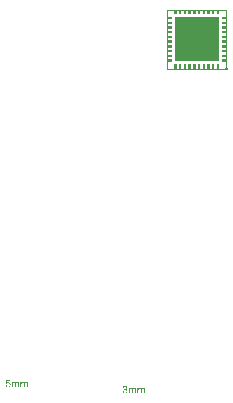
<source format=gm1>
G04*
G04 #@! TF.GenerationSoftware,Altium Limited,Altium Designer,20.0.2 (26)*
G04*
G04 Layer_Color=16711935*
%FSLAX25Y25*%
%MOIN*%
G70*
G01*
G75*
%ADD20C,0.00200*%
G36*
X140480Y180268D02*
X139693D01*
Y181843D01*
X140480D01*
Y180268D01*
D02*
G37*
G36*
X138906D02*
X138118D01*
Y181843D01*
X138906D01*
Y180268D01*
D02*
G37*
G36*
X137331D02*
X136543D01*
Y181843D01*
X137331D01*
Y180268D01*
D02*
G37*
G36*
X135756D02*
X134968D01*
Y181843D01*
X135756D01*
Y180268D01*
D02*
G37*
G36*
X134181D02*
X133394D01*
Y181843D01*
X134181D01*
Y180268D01*
D02*
G37*
G36*
X132606D02*
X131819D01*
Y181843D01*
X132606D01*
Y180268D01*
D02*
G37*
G36*
X131032D02*
X130244D01*
Y181843D01*
X131032D01*
Y180268D01*
D02*
G37*
G36*
X129457D02*
X128669D01*
Y181843D01*
X129457D01*
Y180268D01*
D02*
G37*
G36*
X127882D02*
X127094D01*
Y181843D01*
X127882D01*
Y180268D01*
D02*
G37*
G36*
X126307D02*
X125520D01*
Y181843D01*
X126307D01*
Y180268D01*
D02*
G37*
G36*
X142842Y178693D02*
X141268D01*
Y179480D01*
X142842D01*
Y178693D01*
D02*
G37*
G36*
X124732D02*
X123158D01*
Y179480D01*
X124732D01*
Y178693D01*
D02*
G37*
G36*
X142842Y177118D02*
X141268D01*
Y177905D01*
X142842D01*
Y177118D01*
D02*
G37*
G36*
X124732D02*
X123158D01*
Y177905D01*
X124732D01*
Y177118D01*
D02*
G37*
G36*
X142842Y175543D02*
X141268D01*
Y176331D01*
X142842D01*
Y175543D01*
D02*
G37*
G36*
X124732D02*
X123158D01*
Y176331D01*
X124732D01*
Y175543D01*
D02*
G37*
G36*
X142842Y173969D02*
X141268D01*
Y174756D01*
X142842D01*
Y173969D01*
D02*
G37*
G36*
X124732D02*
X123158D01*
Y174756D01*
X124732D01*
Y173969D01*
D02*
G37*
G36*
X142842Y172394D02*
X141268D01*
Y173181D01*
X142842D01*
Y172394D01*
D02*
G37*
G36*
X124732D02*
X123158D01*
Y173181D01*
X124732D01*
Y172394D01*
D02*
G37*
G36*
X142842Y170819D02*
X141268D01*
Y171606D01*
X142842D01*
Y170819D01*
D02*
G37*
G36*
X124732D02*
X123158D01*
Y171606D01*
X124732D01*
Y170819D01*
D02*
G37*
G36*
X142842Y169244D02*
X141268D01*
Y170031D01*
X142842D01*
Y169244D01*
D02*
G37*
G36*
X124732D02*
X123158D01*
Y170031D01*
X124732D01*
Y169244D01*
D02*
G37*
G36*
X142842Y167669D02*
X141268D01*
Y168457D01*
X142842D01*
Y167669D01*
D02*
G37*
G36*
X124732D02*
X123158D01*
Y168457D01*
X124732D01*
Y167669D01*
D02*
G37*
G36*
X142842Y166095D02*
X141268D01*
Y166882D01*
X142842D01*
Y166095D01*
D02*
G37*
G36*
X124732D02*
X123158D01*
Y166882D01*
X124732D01*
Y166095D01*
D02*
G37*
G36*
X140284Y164716D02*
X125716D01*
Y179283D01*
X140284D01*
Y164716D01*
D02*
G37*
G36*
X142842Y164520D02*
X141268D01*
Y165307D01*
X142842D01*
Y164520D01*
D02*
G37*
G36*
X124732D02*
X123158D01*
Y165307D01*
X124732D01*
Y164520D01*
D02*
G37*
G36*
X140480Y162157D02*
X139693D01*
Y163732D01*
X140480D01*
Y162157D01*
D02*
G37*
G36*
X138906D02*
X138118D01*
Y163732D01*
X138906D01*
Y162157D01*
D02*
G37*
G36*
X137331D02*
X136543D01*
Y163732D01*
X137331D01*
Y162157D01*
D02*
G37*
G36*
X135756D02*
X134968D01*
Y163732D01*
X135756D01*
Y162157D01*
D02*
G37*
G36*
X134181D02*
X133394D01*
Y163732D01*
X134181D01*
Y162157D01*
D02*
G37*
G36*
X132606D02*
X131819D01*
Y163732D01*
X132606D01*
Y162157D01*
D02*
G37*
G36*
X131032D02*
X130244D01*
Y163732D01*
X131032D01*
Y162157D01*
D02*
G37*
G36*
X129457D02*
X128669D01*
Y163732D01*
X129457D01*
Y162157D01*
D02*
G37*
G36*
X127882D02*
X127094D01*
Y163732D01*
X127882D01*
Y162157D01*
D02*
G37*
G36*
X126307D02*
X125520D01*
Y163732D01*
X126307D01*
Y162157D01*
D02*
G37*
G36*
X143314Y162353D02*
X143314Y161961D01*
X143176Y161823D01*
X143038Y161685D01*
X142646Y161685D01*
X142370Y161961D01*
X142369Y162353D01*
X142508Y162491D01*
X142646Y162629D01*
X143037Y162629D01*
X143314Y162353D01*
D02*
G37*
G36*
X76221Y57864D02*
X76247D01*
X76272Y57860D01*
X76334Y57849D01*
X76400Y57831D01*
X76469Y57802D01*
X76538Y57765D01*
X76596Y57714D01*
X76604Y57707D01*
X76618Y57685D01*
X76644Y57653D01*
X76655Y57627D01*
X76669Y57602D01*
X76684Y57569D01*
X76695Y57536D01*
X76709Y57500D01*
X76720Y57456D01*
X76727Y57412D01*
X76735Y57361D01*
X76742Y57310D01*
Y57252D01*
Y56000D01*
X76433D01*
Y57147D01*
Y57150D01*
Y57154D01*
Y57176D01*
Y57209D01*
X76429Y57249D01*
X76425Y57292D01*
X76422Y57336D01*
X76414Y57380D01*
X76403Y57412D01*
Y57416D01*
X76396Y57427D01*
X76389Y57441D01*
X76378Y57460D01*
X76363Y57481D01*
X76345Y57503D01*
X76323Y57525D01*
X76294Y57547D01*
X76291Y57551D01*
X76280Y57554D01*
X76265Y57562D01*
X76240Y57573D01*
X76214Y57583D01*
X76181Y57591D01*
X76149Y57594D01*
X76109Y57598D01*
X76090D01*
X76076Y57594D01*
X76039Y57591D01*
X75996Y57583D01*
X75945Y57565D01*
X75890Y57543D01*
X75836Y57511D01*
X75785Y57467D01*
X75781Y57460D01*
X75766Y57441D01*
X75745Y57412D01*
X75723Y57369D01*
X75697Y57310D01*
X75679Y57241D01*
X75665Y57157D01*
X75657Y57059D01*
Y56000D01*
X75348D01*
Y57183D01*
Y57187D01*
Y57194D01*
Y57201D01*
Y57216D01*
X75344Y57256D01*
X75337Y57300D01*
X75330Y57350D01*
X75315Y57401D01*
X75297Y57449D01*
X75271Y57492D01*
X75268Y57496D01*
X75257Y57511D01*
X75239Y57525D01*
X75213Y57547D01*
X75180Y57565D01*
X75137Y57583D01*
X75086Y57594D01*
X75024Y57598D01*
X75002D01*
X74976Y57594D01*
X74947Y57591D01*
X74911Y57580D01*
X74867Y57569D01*
X74827Y57551D01*
X74784Y57529D01*
X74780Y57525D01*
X74765Y57514D01*
X74747Y57500D01*
X74722Y57478D01*
X74696Y57449D01*
X74671Y57412D01*
X74645Y57372D01*
X74623Y57325D01*
X74620Y57318D01*
X74616Y57300D01*
X74609Y57270D01*
X74598Y57230D01*
X74587Y57176D01*
X74580Y57110D01*
X74576Y57034D01*
X74572Y56946D01*
Y56000D01*
X74263D01*
Y57827D01*
X74540D01*
Y57565D01*
X74543Y57573D01*
X74554Y57587D01*
X74576Y57613D01*
X74602Y57642D01*
X74634Y57678D01*
X74674Y57714D01*
X74718Y57751D01*
X74769Y57784D01*
X74776Y57787D01*
X74795Y57798D01*
X74824Y57809D01*
X74864Y57827D01*
X74911Y57842D01*
X74966Y57853D01*
X75028Y57864D01*
X75093Y57867D01*
X75126D01*
X75166Y57864D01*
X75209Y57856D01*
X75264Y57845D01*
X75319Y57831D01*
X75373Y57809D01*
X75424Y57780D01*
X75432Y57776D01*
X75446Y57765D01*
X75468Y57747D01*
X75497Y57718D01*
X75526Y57685D01*
X75559Y57645D01*
X75588Y57598D01*
X75610Y57543D01*
X75613Y57547D01*
X75621Y57558D01*
X75632Y57573D01*
X75650Y57594D01*
X75672Y57620D01*
X75697Y57645D01*
X75726Y57674D01*
X75763Y57707D01*
X75803Y57736D01*
X75843Y57765D01*
X75890Y57791D01*
X75941Y57816D01*
X75996Y57838D01*
X76054Y57853D01*
X76112Y57864D01*
X76178Y57867D01*
X76203D01*
X76221Y57864D01*
D02*
G37*
G36*
X73288D02*
X73313D01*
X73339Y57860D01*
X73400Y57849D01*
X73466Y57831D01*
X73535Y57802D01*
X73604Y57765D01*
X73663Y57714D01*
X73670Y57707D01*
X73684Y57685D01*
X73710Y57653D01*
X73721Y57627D01*
X73735Y57602D01*
X73750Y57569D01*
X73761Y57536D01*
X73775Y57500D01*
X73786Y57456D01*
X73794Y57412D01*
X73801Y57361D01*
X73808Y57310D01*
Y57252D01*
Y56000D01*
X73499D01*
Y57147D01*
Y57150D01*
Y57154D01*
Y57176D01*
Y57209D01*
X73495Y57249D01*
X73491Y57292D01*
X73488Y57336D01*
X73480Y57380D01*
X73470Y57412D01*
Y57416D01*
X73462Y57427D01*
X73455Y57441D01*
X73444Y57460D01*
X73430Y57481D01*
X73411Y57503D01*
X73390Y57525D01*
X73360Y57547D01*
X73357Y57551D01*
X73346Y57554D01*
X73331Y57562D01*
X73306Y57573D01*
X73280Y57583D01*
X73247Y57591D01*
X73215Y57594D01*
X73175Y57598D01*
X73156D01*
X73142Y57594D01*
X73106Y57591D01*
X73062Y57583D01*
X73011Y57565D01*
X72956Y57543D01*
X72902Y57511D01*
X72851Y57467D01*
X72847Y57460D01*
X72833Y57441D01*
X72811Y57412D01*
X72789Y57369D01*
X72763Y57310D01*
X72745Y57241D01*
X72731Y57157D01*
X72723Y57059D01*
Y56000D01*
X72414D01*
Y57183D01*
Y57187D01*
Y57194D01*
Y57201D01*
Y57216D01*
X72410Y57256D01*
X72403Y57300D01*
X72396Y57350D01*
X72381Y57401D01*
X72363Y57449D01*
X72338Y57492D01*
X72334Y57496D01*
X72323Y57511D01*
X72305Y57525D01*
X72279Y57547D01*
X72246Y57565D01*
X72203Y57583D01*
X72152Y57594D01*
X72090Y57598D01*
X72068D01*
X72043Y57594D01*
X72014Y57591D01*
X71977Y57580D01*
X71934Y57569D01*
X71893Y57551D01*
X71850Y57529D01*
X71846Y57525D01*
X71832Y57514D01*
X71813Y57500D01*
X71788Y57478D01*
X71762Y57449D01*
X71737Y57412D01*
X71711Y57372D01*
X71690Y57325D01*
X71686Y57318D01*
X71682Y57300D01*
X71675Y57270D01*
X71664Y57230D01*
X71653Y57176D01*
X71646Y57110D01*
X71642Y57034D01*
X71639Y56946D01*
Y56000D01*
X71329D01*
Y57827D01*
X71606D01*
Y57565D01*
X71609Y57573D01*
X71620Y57587D01*
X71642Y57613D01*
X71668Y57642D01*
X71701Y57678D01*
X71741Y57714D01*
X71784Y57751D01*
X71835Y57784D01*
X71842Y57787D01*
X71861Y57798D01*
X71890Y57809D01*
X71930Y57827D01*
X71977Y57842D01*
X72032Y57853D01*
X72094Y57864D01*
X72159Y57867D01*
X72192D01*
X72232Y57864D01*
X72276Y57856D01*
X72330Y57845D01*
X72385Y57831D01*
X72439Y57809D01*
X72490Y57780D01*
X72498Y57776D01*
X72512Y57765D01*
X72534Y57747D01*
X72563Y57718D01*
X72592Y57685D01*
X72625Y57645D01*
X72654Y57598D01*
X72676Y57543D01*
X72680Y57547D01*
X72687Y57558D01*
X72698Y57573D01*
X72716Y57594D01*
X72738Y57620D01*
X72763Y57645D01*
X72793Y57674D01*
X72829Y57707D01*
X72869Y57736D01*
X72909Y57765D01*
X72956Y57791D01*
X73007Y57816D01*
X73062Y57838D01*
X73120Y57853D01*
X73178Y57864D01*
X73244Y57867D01*
X73269D01*
X73288Y57864D01*
D02*
G37*
G36*
X70838Y58191D02*
X69830D01*
X69695Y57511D01*
X69699Y57514D01*
X69706Y57518D01*
X69717Y57525D01*
X69735Y57536D01*
X69757Y57547D01*
X69782Y57562D01*
X69841Y57591D01*
X69913Y57620D01*
X69993Y57645D01*
X70081Y57664D01*
X70124Y57671D01*
X70205D01*
X70226Y57667D01*
X70255Y57664D01*
X70288Y57660D01*
X70325Y57653D01*
X70365Y57642D01*
X70452Y57616D01*
X70499Y57598D01*
X70547Y57573D01*
X70594Y57547D01*
X70641Y57518D01*
X70685Y57481D01*
X70729Y57441D01*
X70732Y57438D01*
X70740Y57430D01*
X70750Y57420D01*
X70765Y57401D01*
X70783Y57376D01*
X70801Y57350D01*
X70823Y57318D01*
X70845Y57281D01*
X70863Y57241D01*
X70885Y57198D01*
X70903Y57147D01*
X70922Y57096D01*
X70936Y57041D01*
X70947Y56979D01*
X70954Y56917D01*
X70958Y56852D01*
Y56848D01*
Y56837D01*
Y56819D01*
X70954Y56793D01*
X70951Y56764D01*
X70947Y56732D01*
X70940Y56692D01*
X70933Y56652D01*
X70911Y56557D01*
X70874Y56459D01*
X70852Y56408D01*
X70823Y56360D01*
X70794Y56309D01*
X70758Y56262D01*
X70754Y56258D01*
X70747Y56248D01*
X70732Y56233D01*
X70714Y56215D01*
X70689Y56193D01*
X70660Y56164D01*
X70623Y56138D01*
X70583Y56109D01*
X70539Y56080D01*
X70488Y56055D01*
X70434Y56029D01*
X70376Y56004D01*
X70314Y55985D01*
X70244Y55971D01*
X70172Y55960D01*
X70095Y55956D01*
X70063D01*
X70037Y55960D01*
X70008Y55964D01*
X69975Y55967D01*
X69935Y55971D01*
X69895Y55982D01*
X69804Y56004D01*
X69713Y56036D01*
X69666Y56058D01*
X69618Y56084D01*
X69575Y56113D01*
X69531Y56146D01*
X69527Y56149D01*
X69520Y56153D01*
X69513Y56167D01*
X69498Y56182D01*
X69480Y56200D01*
X69462Y56222D01*
X69440Y56251D01*
X69422Y56284D01*
X69400Y56317D01*
X69378Y56357D01*
X69338Y56444D01*
X69305Y56546D01*
X69295Y56601D01*
X69287Y56659D01*
X69611Y56684D01*
Y56681D01*
Y56673D01*
X69615Y56662D01*
X69618Y56644D01*
X69629Y56604D01*
X69644Y56550D01*
X69666Y56495D01*
X69695Y56433D01*
X69731Y56379D01*
X69775Y56328D01*
X69782Y56324D01*
X69797Y56309D01*
X69826Y56291D01*
X69866Y56269D01*
X69910Y56248D01*
X69964Y56229D01*
X70026Y56215D01*
X70095Y56211D01*
X70117D01*
X70132Y56215D01*
X70175Y56218D01*
X70226Y56233D01*
X70288Y56251D01*
X70350Y56280D01*
X70416Y56324D01*
X70445Y56349D01*
X70474Y56379D01*
X70477Y56382D01*
X70481Y56386D01*
X70488Y56397D01*
X70499Y56408D01*
X70525Y56448D01*
X70554Y56499D01*
X70579Y56561D01*
X70605Y56637D01*
X70623Y56728D01*
X70630Y56775D01*
Y56826D01*
Y56830D01*
Y56837D01*
Y56852D01*
X70627Y56870D01*
Y56892D01*
X70623Y56917D01*
X70612Y56976D01*
X70594Y57045D01*
X70569Y57114D01*
X70532Y57179D01*
X70481Y57241D01*
Y57245D01*
X70474Y57249D01*
X70456Y57267D01*
X70423Y57292D01*
X70379Y57321D01*
X70321Y57347D01*
X70255Y57372D01*
X70179Y57390D01*
X70135Y57398D01*
X70066D01*
X70037Y57394D01*
X70001Y57390D01*
X69957Y57380D01*
X69913Y57369D01*
X69866Y57350D01*
X69819Y57329D01*
X69815Y57325D01*
X69800Y57318D01*
X69779Y57300D01*
X69749Y57281D01*
X69720Y57256D01*
X69691Y57223D01*
X69658Y57190D01*
X69633Y57150D01*
X69342Y57190D01*
X69586Y58486D01*
X70838D01*
Y58191D01*
D02*
G37*
G36*
X115218Y55864D02*
X115243D01*
X115269Y55860D01*
X115331Y55849D01*
X115396Y55831D01*
X115465Y55802D01*
X115534Y55765D01*
X115593Y55714D01*
X115600Y55707D01*
X115614Y55685D01*
X115640Y55653D01*
X115651Y55627D01*
X115665Y55602D01*
X115680Y55569D01*
X115691Y55536D01*
X115706Y55500D01*
X115716Y55456D01*
X115724Y55412D01*
X115731Y55361D01*
X115738Y55310D01*
Y55252D01*
Y54000D01*
X115429D01*
Y55147D01*
Y55150D01*
Y55154D01*
Y55176D01*
Y55208D01*
X115425Y55248D01*
X115422Y55292D01*
X115418Y55336D01*
X115411Y55380D01*
X115400Y55412D01*
Y55416D01*
X115392Y55427D01*
X115385Y55441D01*
X115374Y55460D01*
X115360Y55481D01*
X115341Y55503D01*
X115320Y55525D01*
X115291Y55547D01*
X115287Y55551D01*
X115276Y55554D01*
X115261Y55562D01*
X115236Y55572D01*
X115210Y55583D01*
X115178Y55591D01*
X115145Y55594D01*
X115105Y55598D01*
X115087D01*
X115072Y55594D01*
X115036Y55591D01*
X114992Y55583D01*
X114941Y55565D01*
X114886Y55543D01*
X114832Y55511D01*
X114781Y55467D01*
X114777Y55460D01*
X114763Y55441D01*
X114741Y55412D01*
X114719Y55369D01*
X114694Y55310D01*
X114675Y55241D01*
X114661Y55158D01*
X114654Y55059D01*
Y54000D01*
X114344D01*
Y55183D01*
Y55187D01*
Y55194D01*
Y55201D01*
Y55216D01*
X114340Y55256D01*
X114333Y55300D01*
X114326Y55350D01*
X114311Y55401D01*
X114293Y55449D01*
X114268Y55492D01*
X114264Y55496D01*
X114253Y55511D01*
X114235Y55525D01*
X114209Y55547D01*
X114177Y55565D01*
X114133Y55583D01*
X114082Y55594D01*
X114020Y55598D01*
X113998D01*
X113973Y55594D01*
X113944Y55591D01*
X113907Y55580D01*
X113864Y55569D01*
X113824Y55551D01*
X113780Y55529D01*
X113776Y55525D01*
X113762Y55514D01*
X113744Y55500D01*
X113718Y55478D01*
X113693Y55449D01*
X113667Y55412D01*
X113642Y55372D01*
X113620Y55325D01*
X113616Y55318D01*
X113612Y55300D01*
X113605Y55270D01*
X113594Y55230D01*
X113583Y55176D01*
X113576Y55110D01*
X113573Y55034D01*
X113569Y54946D01*
Y54000D01*
X113259D01*
Y55827D01*
X113536D01*
Y55565D01*
X113540Y55572D01*
X113551Y55587D01*
X113573Y55612D01*
X113598Y55642D01*
X113631Y55678D01*
X113671Y55714D01*
X113714Y55751D01*
X113765Y55784D01*
X113773Y55787D01*
X113791Y55798D01*
X113820Y55809D01*
X113860Y55827D01*
X113907Y55842D01*
X113962Y55853D01*
X114024Y55864D01*
X114089Y55867D01*
X114122D01*
X114162Y55864D01*
X114206Y55856D01*
X114260Y55845D01*
X114315Y55831D01*
X114370Y55809D01*
X114421Y55780D01*
X114428Y55776D01*
X114442Y55765D01*
X114464Y55747D01*
X114493Y55718D01*
X114523Y55685D01*
X114555Y55645D01*
X114584Y55598D01*
X114606Y55543D01*
X114610Y55547D01*
X114617Y55558D01*
X114628Y55572D01*
X114646Y55594D01*
X114668Y55620D01*
X114694Y55645D01*
X114723Y55674D01*
X114759Y55707D01*
X114799Y55736D01*
X114839Y55765D01*
X114886Y55791D01*
X114937Y55816D01*
X114992Y55838D01*
X115050Y55853D01*
X115109Y55864D01*
X115174Y55867D01*
X115200D01*
X115218Y55864D01*
D02*
G37*
G36*
X112284D02*
X112309D01*
X112335Y55860D01*
X112397Y55849D01*
X112462Y55831D01*
X112531Y55802D01*
X112601Y55765D01*
X112659Y55714D01*
X112666Y55707D01*
X112681Y55685D01*
X112706Y55653D01*
X112717Y55627D01*
X112732Y55602D01*
X112746Y55569D01*
X112757Y55536D01*
X112772Y55500D01*
X112783Y55456D01*
X112790Y55412D01*
X112797Y55361D01*
X112804Y55310D01*
Y55252D01*
Y54000D01*
X112495D01*
Y55147D01*
Y55150D01*
Y55154D01*
Y55176D01*
Y55208D01*
X112491Y55248D01*
X112488Y55292D01*
X112484Y55336D01*
X112477Y55380D01*
X112466Y55412D01*
Y55416D01*
X112459Y55427D01*
X112451Y55441D01*
X112440Y55460D01*
X112426Y55481D01*
X112408Y55503D01*
X112386Y55525D01*
X112357Y55547D01*
X112353Y55551D01*
X112342Y55554D01*
X112328Y55562D01*
X112302Y55572D01*
X112277Y55583D01*
X112244Y55591D01*
X112211Y55594D01*
X112171Y55598D01*
X112153D01*
X112138Y55594D01*
X112102Y55591D01*
X112058Y55583D01*
X112007Y55565D01*
X111953Y55543D01*
X111898Y55511D01*
X111847Y55467D01*
X111844Y55460D01*
X111829Y55441D01*
X111807Y55412D01*
X111785Y55369D01*
X111760Y55310D01*
X111742Y55241D01*
X111727Y55158D01*
X111720Y55059D01*
Y54000D01*
X111410D01*
Y55183D01*
Y55187D01*
Y55194D01*
Y55201D01*
Y55216D01*
X111407Y55256D01*
X111399Y55300D01*
X111392Y55350D01*
X111378Y55401D01*
X111359Y55449D01*
X111334Y55492D01*
X111330Y55496D01*
X111319Y55511D01*
X111301Y55525D01*
X111276Y55547D01*
X111243Y55565D01*
X111199Y55583D01*
X111148Y55594D01*
X111086Y55598D01*
X111065D01*
X111039Y55594D01*
X111010Y55591D01*
X110974Y55580D01*
X110930Y55569D01*
X110890Y55551D01*
X110846Y55529D01*
X110843Y55525D01*
X110828Y55514D01*
X110810Y55500D01*
X110784Y55478D01*
X110759Y55449D01*
X110733Y55412D01*
X110708Y55372D01*
X110686Y55325D01*
X110682Y55318D01*
X110679Y55300D01*
X110671Y55270D01*
X110661Y55230D01*
X110650Y55176D01*
X110642Y55110D01*
X110639Y55034D01*
X110635Y54946D01*
Y54000D01*
X110326D01*
Y55827D01*
X110602D01*
Y55565D01*
X110606Y55572D01*
X110617Y55587D01*
X110639Y55612D01*
X110664Y55642D01*
X110697Y55678D01*
X110737Y55714D01*
X110781Y55751D01*
X110832Y55784D01*
X110839Y55787D01*
X110857Y55798D01*
X110886Y55809D01*
X110926Y55827D01*
X110974Y55842D01*
X111028Y55853D01*
X111090Y55864D01*
X111155Y55867D01*
X111188D01*
X111228Y55864D01*
X111272Y55856D01*
X111327Y55845D01*
X111381Y55831D01*
X111436Y55809D01*
X111487Y55780D01*
X111494Y55776D01*
X111509Y55765D01*
X111530Y55747D01*
X111560Y55718D01*
X111589Y55685D01*
X111621Y55645D01*
X111651Y55598D01*
X111672Y55543D01*
X111676Y55547D01*
X111683Y55558D01*
X111694Y55572D01*
X111712Y55594D01*
X111734Y55620D01*
X111760Y55645D01*
X111789Y55674D01*
X111825Y55707D01*
X111865Y55736D01*
X111905Y55765D01*
X111953Y55791D01*
X112004Y55816D01*
X112058Y55838D01*
X112117Y55853D01*
X112175Y55864D01*
X112240Y55867D01*
X112266D01*
X112284Y55864D01*
D02*
G37*
G36*
X109150Y56526D02*
X109197Y56519D01*
X109255Y56508D01*
X109321Y56490D01*
X109387Y56468D01*
X109452Y56439D01*
X109456D01*
X109459Y56435D01*
X109481Y56424D01*
X109514Y56402D01*
X109550Y56377D01*
X109594Y56340D01*
X109638Y56300D01*
X109681Y56253D01*
X109718Y56199D01*
X109721Y56191D01*
X109732Y56173D01*
X109747Y56140D01*
X109765Y56100D01*
X109783Y56053D01*
X109798Y55998D01*
X109809Y55936D01*
X109812Y55875D01*
Y55867D01*
Y55845D01*
X109809Y55816D01*
X109801Y55776D01*
X109791Y55729D01*
X109772Y55678D01*
X109750Y55627D01*
X109721Y55576D01*
X109718Y55569D01*
X109707Y55554D01*
X109685Y55529D01*
X109656Y55500D01*
X109619Y55467D01*
X109576Y55431D01*
X109525Y55398D01*
X109463Y55365D01*
X109467D01*
X109474Y55361D01*
X109485Y55358D01*
X109499Y55354D01*
X109539Y55339D01*
X109590Y55318D01*
X109649Y55289D01*
X109707Y55252D01*
X109761Y55205D01*
X109812Y55150D01*
X109816Y55143D01*
X109831Y55121D01*
X109852Y55085D01*
X109874Y55037D01*
X109896Y54979D01*
X109918Y54910D01*
X109932Y54830D01*
X109936Y54743D01*
Y54739D01*
Y54728D01*
Y54710D01*
X109932Y54688D01*
X109929Y54659D01*
X109922Y54626D01*
X109914Y54590D01*
X109907Y54550D01*
X109878Y54462D01*
X109856Y54415D01*
X109834Y54371D01*
X109805Y54324D01*
X109772Y54277D01*
X109736Y54229D01*
X109692Y54186D01*
X109689Y54182D01*
X109681Y54175D01*
X109667Y54164D01*
X109649Y54149D01*
X109627Y54131D01*
X109598Y54113D01*
X109565Y54091D01*
X109525Y54073D01*
X109485Y54051D01*
X109437Y54029D01*
X109390Y54011D01*
X109335Y53993D01*
X109277Y53978D01*
X109215Y53967D01*
X109153Y53960D01*
X109084Y53956D01*
X109052D01*
X109030Y53960D01*
X109001Y53964D01*
X108968Y53967D01*
X108932Y53974D01*
X108891Y53982D01*
X108804Y54004D01*
X108713Y54040D01*
X108666Y54062D01*
X108622Y54087D01*
X108578Y54120D01*
X108535Y54153D01*
X108531Y54157D01*
X108524Y54164D01*
X108513Y54175D01*
X108502Y54189D01*
X108484Y54207D01*
X108466Y54233D01*
X108444Y54258D01*
X108422Y54291D01*
X108400Y54328D01*
X108378Y54364D01*
X108338Y54451D01*
X108305Y54553D01*
X108294Y54608D01*
X108287Y54666D01*
X108597Y54706D01*
Y54703D01*
X108600Y54695D01*
X108604Y54681D01*
X108607Y54663D01*
X108611Y54641D01*
X108618Y54615D01*
X108637Y54561D01*
X108662Y54495D01*
X108695Y54433D01*
X108731Y54375D01*
X108775Y54324D01*
X108782Y54320D01*
X108797Y54306D01*
X108826Y54288D01*
X108862Y54269D01*
X108906Y54247D01*
X108961Y54229D01*
X109022Y54215D01*
X109088Y54211D01*
X109110D01*
X109124Y54215D01*
X109164Y54218D01*
X109215Y54229D01*
X109274Y54247D01*
X109335Y54273D01*
X109397Y54309D01*
X109456Y54360D01*
X109463Y54368D01*
X109481Y54390D01*
X109503Y54422D01*
X109532Y54466D01*
X109561Y54520D01*
X109583Y54582D01*
X109601Y54655D01*
X109608Y54735D01*
Y54739D01*
Y54746D01*
Y54757D01*
X109605Y54772D01*
X109601Y54812D01*
X109590Y54859D01*
X109576Y54917D01*
X109550Y54975D01*
X109514Y55034D01*
X109467Y55088D01*
X109459Y55096D01*
X109441Y55110D01*
X109412Y55132D01*
X109372Y55158D01*
X109321Y55183D01*
X109259Y55205D01*
X109190Y55219D01*
X109114Y55227D01*
X109081D01*
X109055Y55223D01*
X109022Y55219D01*
X108986Y55212D01*
X108942Y55205D01*
X108895Y55194D01*
X108932Y55467D01*
X108950D01*
X108964Y55463D01*
X109012D01*
X109052Y55471D01*
X109099Y55478D01*
X109153Y55489D01*
X109215Y55507D01*
X109274Y55532D01*
X109335Y55565D01*
X109339D01*
X109343Y55569D01*
X109361Y55583D01*
X109387Y55609D01*
X109416Y55642D01*
X109445Y55689D01*
X109470Y55744D01*
X109488Y55805D01*
X109496Y55842D01*
Y55882D01*
Y55885D01*
Y55889D01*
Y55911D01*
X109488Y55940D01*
X109481Y55980D01*
X109467Y56024D01*
X109448Y56071D01*
X109419Y56119D01*
X109379Y56162D01*
X109376Y56166D01*
X109357Y56180D01*
X109332Y56199D01*
X109299Y56220D01*
X109255Y56239D01*
X109204Y56257D01*
X109146Y56271D01*
X109081Y56275D01*
X109052D01*
X109019Y56268D01*
X108975Y56260D01*
X108928Y56246D01*
X108880Y56228D01*
X108830Y56199D01*
X108782Y56162D01*
X108779Y56159D01*
X108764Y56140D01*
X108742Y56115D01*
X108717Y56078D01*
X108691Y56031D01*
X108666Y55973D01*
X108644Y55904D01*
X108629Y55824D01*
X108320Y55878D01*
Y55882D01*
X108324Y55893D01*
X108327Y55907D01*
X108331Y55929D01*
X108338Y55955D01*
X108349Y55984D01*
X108371Y56053D01*
X108407Y56133D01*
X108451Y56213D01*
X108506Y56290D01*
X108575Y56359D01*
X108578Y56362D01*
X108586Y56366D01*
X108597Y56373D01*
X108611Y56384D01*
X108629Y56399D01*
X108655Y56413D01*
X108680Y56428D01*
X108713Y56446D01*
X108786Y56475D01*
X108870Y56504D01*
X108968Y56523D01*
X109019Y56530D01*
X109110D01*
X109150Y56526D01*
D02*
G37*
D20*
X142842Y162157D02*
Y181843D01*
X123158D02*
X142842D01*
X123158Y162157D02*
Y181843D01*
Y162157D02*
X142842D01*
M02*

</source>
